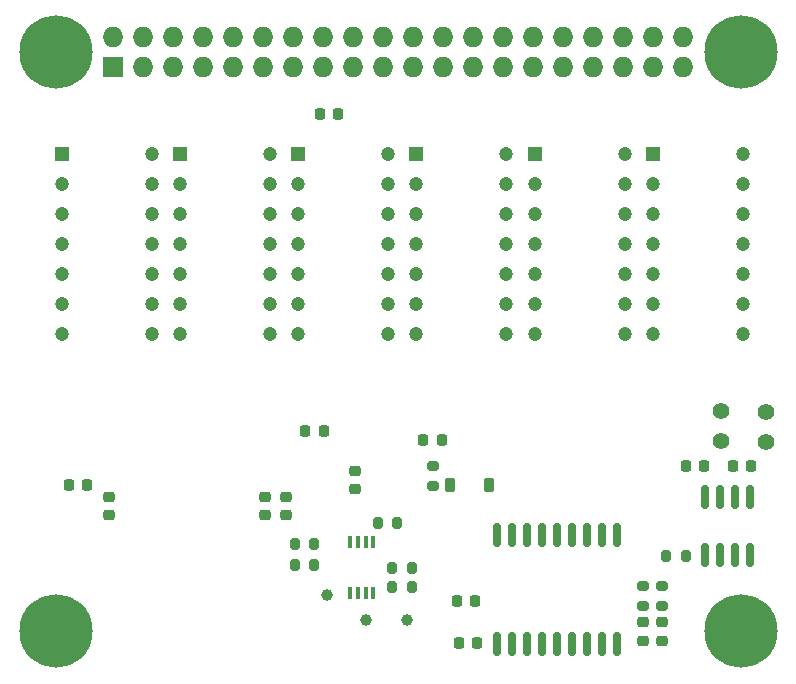
<source format=gbs>
%TF.GenerationSoftware,KiCad,Pcbnew,7.0.5*%
%TF.CreationDate,2023-08-04T21:05:34+03:00*%
%TF.ProjectId,ltp_kikad,6c74705f-6b69-46b6-9164-2e6b69636164,rev?*%
%TF.SameCoordinates,Original*%
%TF.FileFunction,Soldermask,Bot*%
%TF.FilePolarity,Negative*%
%FSLAX46Y46*%
G04 Gerber Fmt 4.6, Leading zero omitted, Abs format (unit mm)*
G04 Created by KiCad (PCBNEW 7.0.5) date 2023-08-04 21:05:34*
%MOMM*%
%LPD*%
G01*
G04 APERTURE LIST*
G04 Aperture macros list*
%AMRoundRect*
0 Rectangle with rounded corners*
0 $1 Rounding radius*
0 $2 $3 $4 $5 $6 $7 $8 $9 X,Y pos of 4 corners*
0 Add a 4 corners polygon primitive as box body*
4,1,4,$2,$3,$4,$5,$6,$7,$8,$9,$2,$3,0*
0 Add four circle primitives for the rounded corners*
1,1,$1+$1,$2,$3*
1,1,$1+$1,$4,$5*
1,1,$1+$1,$6,$7*
1,1,$1+$1,$8,$9*
0 Add four rect primitives between the rounded corners*
20,1,$1+$1,$2,$3,$4,$5,0*
20,1,$1+$1,$4,$5,$6,$7,0*
20,1,$1+$1,$6,$7,$8,$9,0*
20,1,$1+$1,$8,$9,$2,$3,0*%
G04 Aperture macros list end*
%ADD10R,1.200000X1.200000*%
%ADD11C,1.200000*%
%ADD12C,6.200000*%
%ADD13C,1.400000*%
%ADD14R,1.727200X1.727200*%
%ADD15O,1.727200X1.727200*%
%ADD16RoundRect,0.225000X-0.225000X-0.375000X0.225000X-0.375000X0.225000X0.375000X-0.225000X0.375000X0*%
%ADD17RoundRect,0.150000X-0.150000X0.825000X-0.150000X-0.825000X0.150000X-0.825000X0.150000X0.825000X0*%
%ADD18RoundRect,0.225000X0.250000X-0.225000X0.250000X0.225000X-0.250000X0.225000X-0.250000X-0.225000X0*%
%ADD19RoundRect,0.225000X0.225000X0.250000X-0.225000X0.250000X-0.225000X-0.250000X0.225000X-0.250000X0*%
%ADD20RoundRect,0.225000X-0.225000X-0.250000X0.225000X-0.250000X0.225000X0.250000X-0.225000X0.250000X0*%
%ADD21RoundRect,0.200000X-0.200000X-0.275000X0.200000X-0.275000X0.200000X0.275000X-0.200000X0.275000X0*%
%ADD22C,1.000000*%
%ADD23RoundRect,0.200000X0.200000X0.275000X-0.200000X0.275000X-0.200000X-0.275000X0.200000X-0.275000X0*%
%ADD24R,0.400000X1.100000*%
%ADD25RoundRect,0.150000X-0.150000X0.875000X-0.150000X-0.875000X0.150000X-0.875000X0.150000X0.875000X0*%
%ADD26RoundRect,0.225000X-0.250000X0.225000X-0.250000X-0.225000X0.250000X-0.225000X0.250000X0.225000X0*%
%ADD27RoundRect,0.200000X0.275000X-0.200000X0.275000X0.200000X-0.275000X0.200000X-0.275000X-0.200000X0*%
G04 APERTURE END LIST*
D10*
%TO.C,DS6*%
X173017000Y-65150000D03*
D11*
X173017000Y-67690000D03*
X173017000Y-70230000D03*
X173017000Y-72770000D03*
X173017000Y-75310000D03*
X173017000Y-77850000D03*
X173017000Y-80390000D03*
X180637000Y-80390000D03*
X180637000Y-77850000D03*
X180637000Y-75310000D03*
X180637000Y-72770000D03*
X180637000Y-70230000D03*
X180637000Y-67690000D03*
X180637000Y-65150000D03*
%TD*%
D10*
%TO.C,DS3*%
X143017000Y-65149600D03*
D11*
X143017000Y-67689600D03*
X143017000Y-70229600D03*
X143017000Y-72769600D03*
X143017000Y-75309600D03*
X143017000Y-77849600D03*
X143017000Y-80389600D03*
X150637000Y-80389600D03*
X150637000Y-77849600D03*
X150637000Y-75309600D03*
X150637000Y-72769600D03*
X150637000Y-70229600D03*
X150637000Y-67689600D03*
X150637000Y-65149600D03*
%TD*%
D12*
%TO.C,*%
X122466800Y-105572200D03*
%TD*%
%TO.C,*%
X180466800Y-56572200D03*
%TD*%
D13*
%TO.C,JP1*%
X178787000Y-86950000D03*
X178787000Y-89490000D03*
%TD*%
D10*
%TO.C,DS5*%
X163017000Y-65150000D03*
D11*
X163017000Y-67690000D03*
X163017000Y-70230000D03*
X163017000Y-72770000D03*
X163017000Y-75310000D03*
X163017000Y-77850000D03*
X163017000Y-80390000D03*
X170637000Y-80390000D03*
X170637000Y-77850000D03*
X170637000Y-75310000D03*
X170637000Y-72770000D03*
X170637000Y-70230000D03*
X170637000Y-67690000D03*
X170637000Y-65150000D03*
%TD*%
D12*
%TO.C,*%
X180466800Y-105572200D03*
%TD*%
D10*
%TO.C,DS2*%
X133017000Y-65150000D03*
D11*
X133017000Y-67690000D03*
X133017000Y-70230000D03*
X133017000Y-72770000D03*
X133017000Y-75310000D03*
X133017000Y-77850000D03*
X133017000Y-80390000D03*
X140637000Y-80390000D03*
X140637000Y-77850000D03*
X140637000Y-75310000D03*
X140637000Y-72770000D03*
X140637000Y-70230000D03*
X140637000Y-67690000D03*
X140637000Y-65150000D03*
%TD*%
D10*
%TO.C,DS1*%
X123017000Y-65150000D03*
D11*
X123017000Y-67690000D03*
X123017000Y-70230000D03*
X123017000Y-72770000D03*
X123017000Y-75310000D03*
X123017000Y-77850000D03*
X123017000Y-80390000D03*
X130637000Y-80390000D03*
X130637000Y-77850000D03*
X130637000Y-75310000D03*
X130637000Y-72770000D03*
X130637000Y-70230000D03*
X130637000Y-67690000D03*
X130637000Y-65150000D03*
%TD*%
D12*
%TO.C,*%
X122466800Y-56572200D03*
%TD*%
D14*
%TO.C,J2*%
X127330000Y-57840000D03*
D15*
X127330000Y-55300000D03*
X129870000Y-57840000D03*
X129870000Y-55300000D03*
X132410000Y-57840000D03*
X132410000Y-55300000D03*
X134950000Y-57840000D03*
X134950000Y-55300000D03*
X137490000Y-57840000D03*
X137490000Y-55300000D03*
X140030000Y-57840000D03*
X140030000Y-55300000D03*
X142570000Y-57840000D03*
X142570000Y-55300000D03*
X145110000Y-57840000D03*
X145110000Y-55300000D03*
X147650000Y-57840000D03*
X147650000Y-55300000D03*
X150190000Y-57840000D03*
X150190000Y-55300000D03*
X152730000Y-57840000D03*
X152730000Y-55300000D03*
X155270000Y-57840000D03*
X155270000Y-55300000D03*
X157810000Y-57840000D03*
X157810000Y-55300000D03*
X160350000Y-57840000D03*
X160350000Y-55300000D03*
X162890000Y-57840000D03*
X162890000Y-55300000D03*
X165430000Y-57840000D03*
X165430000Y-55300000D03*
X167970000Y-57840000D03*
X167970000Y-55300000D03*
X170510000Y-57840000D03*
X170510000Y-55300000D03*
X173050000Y-57840000D03*
X173050000Y-55300000D03*
X175590000Y-57840000D03*
X175590000Y-55300000D03*
%TD*%
D13*
%TO.C,CAN1*%
X182587000Y-89540000D03*
X182587000Y-87000000D03*
%TD*%
D10*
%TO.C,DS4*%
X153017000Y-65149600D03*
D11*
X153017000Y-67689600D03*
X153017000Y-70229600D03*
X153017000Y-72769600D03*
X153017000Y-75309600D03*
X153017000Y-77849600D03*
X153017000Y-80389600D03*
X160637000Y-80389600D03*
X160637000Y-77849600D03*
X160637000Y-75309600D03*
X160637000Y-72769600D03*
X160637000Y-70229600D03*
X160637000Y-67689600D03*
X160637000Y-65149600D03*
%TD*%
D16*
%TO.C,D1*%
X155887000Y-93200000D03*
X159187000Y-93200000D03*
%TD*%
D17*
%TO.C,U2*%
X177447000Y-94200000D03*
X178717000Y-94200000D03*
X179987000Y-94200000D03*
X181257000Y-94200000D03*
X181257000Y-99150000D03*
X179987000Y-99150000D03*
X178717000Y-99150000D03*
X177447000Y-99150000D03*
%TD*%
D18*
%TO.C,C25*%
X173787000Y-106375000D03*
X173787000Y-104825000D03*
%TD*%
%TO.C,C15*%
X147787000Y-93575000D03*
X147787000Y-92025000D03*
%TD*%
D19*
%TO.C,C14*%
X155162000Y-89400000D03*
X153612000Y-89400000D03*
%TD*%
D20*
%TO.C,C28*%
X144837000Y-61800000D03*
X146387000Y-61800000D03*
%TD*%
D21*
%TO.C,R6*%
X174162000Y-99200000D03*
X175812000Y-99200000D03*
%TD*%
D19*
%TO.C,C27*%
X177362000Y-91600000D03*
X175812000Y-91600000D03*
%TD*%
D22*
%TO.C,Vfref2*%
X145487000Y-102500000D03*
%TD*%
%TO.C,+3.3V2*%
X148787000Y-104600000D03*
%TD*%
D21*
%TO.C,R17*%
X150962000Y-100200000D03*
X152612000Y-100200000D03*
%TD*%
D20*
%TO.C,C29*%
X143612000Y-88600000D03*
X145162000Y-88600000D03*
%TD*%
D18*
%TO.C,C16*%
X141987000Y-95775000D03*
X141987000Y-94225000D03*
%TD*%
D23*
%TO.C,R20*%
X144387000Y-98200000D03*
X142737000Y-98200000D03*
%TD*%
D20*
%TO.C,C30*%
X156412000Y-103000000D03*
X157962000Y-103000000D03*
%TD*%
D23*
%TO.C,R18*%
X151412000Y-96400000D03*
X149762000Y-96400000D03*
%TD*%
D24*
%TO.C,U3*%
X149362000Y-102350000D03*
X148712000Y-102350000D03*
X148062000Y-102350000D03*
X147412000Y-102350000D03*
X147412000Y-98050000D03*
X148062000Y-98050000D03*
X148712000Y-98050000D03*
X149362000Y-98050000D03*
%TD*%
D19*
%TO.C,C3*%
X125162000Y-93200000D03*
X123612000Y-93200000D03*
%TD*%
%TO.C,C21*%
X181387000Y-91600000D03*
X179837000Y-91600000D03*
%TD*%
D25*
%TO.C,U1*%
X159837000Y-97400000D03*
X161107000Y-97400000D03*
X162377000Y-97400000D03*
X163647000Y-97400000D03*
X164917000Y-97400000D03*
X166187000Y-97400000D03*
X167457000Y-97400000D03*
X168727000Y-97400000D03*
X169997000Y-97400000D03*
X169997000Y-106700000D03*
X168727000Y-106700000D03*
X167457000Y-106700000D03*
X166187000Y-106700000D03*
X164917000Y-106700000D03*
X163647000Y-106700000D03*
X162377000Y-106700000D03*
X161107000Y-106700000D03*
X159837000Y-106700000D03*
%TD*%
D22*
%TO.C,GND1*%
X152187000Y-104600000D03*
%TD*%
D21*
%TO.C,R16*%
X150962000Y-101800000D03*
X152612000Y-101800000D03*
%TD*%
D18*
%TO.C,C26*%
X172187000Y-106375000D03*
X172187000Y-104825000D03*
%TD*%
D20*
%TO.C,C20*%
X156612000Y-106600000D03*
X158162000Y-106600000D03*
%TD*%
D18*
%TO.C,C18*%
X140187000Y-95775000D03*
X140187000Y-94225000D03*
%TD*%
D26*
%TO.C,C4*%
X126987000Y-94200000D03*
X126987000Y-95750000D03*
%TD*%
D27*
%TO.C,R8*%
X172187000Y-103425000D03*
X172187000Y-101775000D03*
%TD*%
%TO.C,R2*%
X154387000Y-93250000D03*
X154387000Y-91600000D03*
%TD*%
D23*
%TO.C,R19*%
X144387000Y-100000000D03*
X142737000Y-100000000D03*
%TD*%
D27*
%TO.C,R7*%
X173787000Y-103425000D03*
X173787000Y-101775000D03*
%TD*%
M02*

</source>
